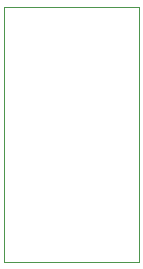
<source format=gm1>
G04 #@! TF.GenerationSoftware,KiCad,Pcbnew,6.0.2+dfsg-1*
G04 #@! TF.CreationDate,2025-08-24T00:39:16+02:00*
G04 #@! TF.ProjectId,DIP16-TO-02x08,44495031-362d-4544-9f2d-30327830382e,rev?*
G04 #@! TF.SameCoordinates,Original*
G04 #@! TF.FileFunction,Profile,NP*
%FSLAX46Y46*%
G04 Gerber Fmt 4.6, Leading zero omitted, Abs format (unit mm)*
G04 Created by KiCad (PCBNEW 6.0.2+dfsg-1) date 2025-08-24 00:39:16*
%MOMM*%
%LPD*%
G01*
G04 APERTURE LIST*
G04 #@! TA.AperFunction,Profile*
%ADD10C,0.100000*%
G04 #@! TD*
G04 APERTURE END LIST*
D10*
X84455000Y-52705000D02*
X95885000Y-52705000D01*
X95885000Y-52705000D02*
X95885000Y-74295000D01*
X95885000Y-74295000D02*
X84455000Y-74295000D01*
X84455000Y-74295000D02*
X84455000Y-52705000D01*
M02*

</source>
